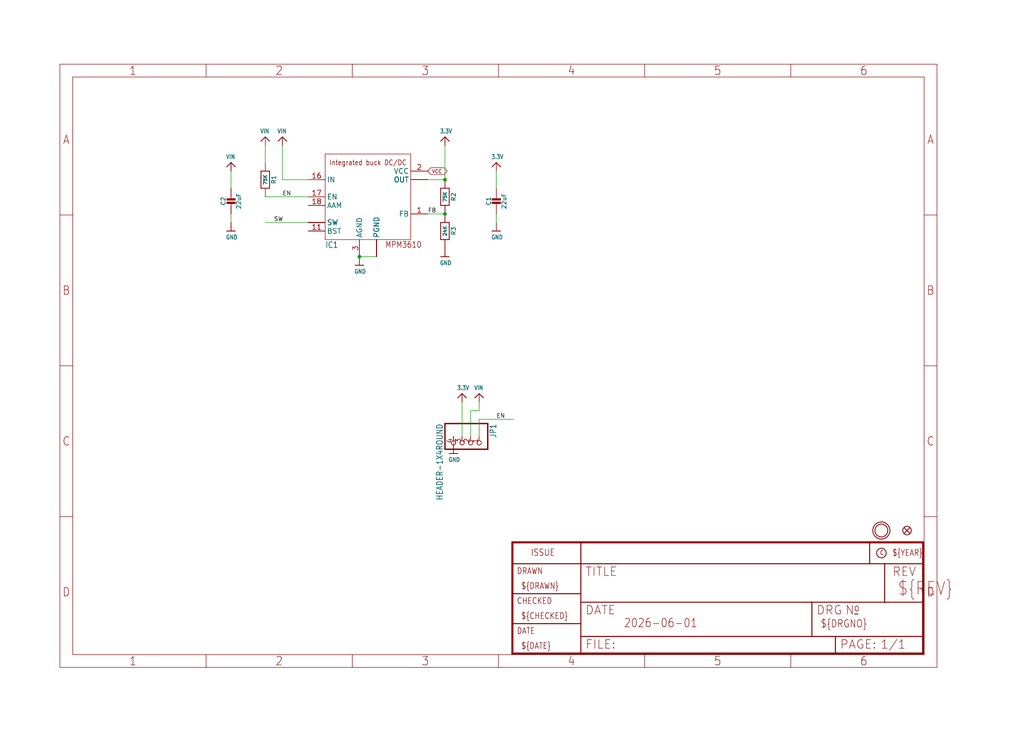
<source format=kicad_sch>
(kicad_sch (version 20250114) (generator "eeschema") (generator_version "9.0")
  (paper "User" 303.962 217.322)
  (lib_symbols
    (symbol "buckConverter-eagle-import:3.3V" (power)
      (symbol "3.3V_1_0"
        (polyline (pts (xy -1.27 -1.27) (xy 0 0)) (stroke (width 0.254)))
        (polyline (pts (xy 0 0) (xy 1.27 -1.27)) (stroke (width 0.254)))
        (pin power_in line (at 0 -2.54 90) (length 2.54) (name "3.3V") (number "1"))
      )
    )
    (symbol "buckConverter-eagle-import:CAP_CERAMIC0805-NOOUTLINE"
      (property "Reference" "C" (at -2.29 1.25 90))
      (symbol "CAP_CERAMIC0805-NOOUTLINE_1_0"
        (rectangle (start -1.27 1.524) (end 1.27 2.032) (fill (type outline)))
        (rectangle (start -1.27 0.508) (end 1.27 1.016) (fill (type outline)))
        (polyline (pts (xy 0 2.54) (xy 0 1.778)) (stroke (width 0.1524)))
        (polyline (pts (xy 0 0.762) (xy 0 0)) (stroke (width 0.1524)))
        (pin passive line (at 0 5.08 270) (length 2.54) (name "1") (number "1"))
        (pin passive line (at 0 -2.54 90) (length 2.54) (name "2") (number "2"))
      )
    )
    (symbol "buckConverter-eagle-import:FIDUCIAL_1MM"
      (symbol "FIDUCIAL_1MM_1_0"
        (polyline (pts (xy -0.762 0.762) (xy 0.762 -0.762)) (stroke (width 0.254)))
        (circle (center 0 0) (radius 1.27) (stroke (width 0.254)))
        (polyline (pts (xy 0.762 0.762) (xy -0.762 -0.762)) (stroke (width 0.254)))
      )
    )
    (symbol "buckConverter-eagle-import:FRAME_A4"
      (symbol "FRAME_A4_1_0"
        (polyline (pts (xy 0 179.07) (xy 260.35 179.07) (xy 260.35 0) (xy 0 0) (xy 0 179.07)))
        (polyline (pts (xy 0 134.3025) (xy 3.81 134.3025)))
        (polyline (pts (xy 0 89.535) (xy 3.81 89.535)))
        (polyline (pts (xy 0 44.7675) (xy 3.81 44.7675)))
        (polyline (pts (xy 3.81 175.26) (xy 3.81 3.81)))
        (polyline (pts (xy 43.3917 179.07) (xy 43.3917 175.26)))
        (polyline (pts (xy 43.3917 3.81) (xy 43.3917 0)))
        (polyline (pts (xy 86.7833 179.07) (xy 86.7833 175.26)))
        (polyline (pts (xy 86.7833 3.81) (xy 86.7833 0)))
        (polyline (pts (xy 130.175 179.07) (xy 130.175 175.26)))
        (polyline (pts (xy 130.175 3.81) (xy 130.175 0)))
        (polyline (pts (xy 173.5667 179.07) (xy 173.5667 175.26)))
        (polyline (pts (xy 173.5667 3.81) (xy 173.5667 0)))
        (polyline (pts (xy 216.9583 179.07) (xy 216.9583 175.26)))
        (polyline (pts (xy 216.9583 3.81) (xy 216.9583 0)))
        (polyline (pts (xy 256.54 175.26) (xy 3.81 175.26)))
        (polyline (pts (xy 256.54 175.26) (xy 256.54 3.81)))
        (polyline (pts (xy 256.54 134.3025) (xy 260.35 134.3025)))
        (polyline (pts (xy 256.54 89.535) (xy 260.35 89.535)))
        (polyline (pts (xy 256.54 44.7675) (xy 260.35 44.7675)))
        (polyline (pts (xy 256.54 19.05) (xy 256.54 36.83)) (stroke (width 0.1016)))
        (polyline (pts (xy 256.54 13.97) (xy 256.54 19.05)) (stroke (width 0.1016)))
        (polyline (pts (xy 256.54 8.89) (xy 256.54 13.97)) (stroke (width 0.1016)))
        (polyline (pts (xy 256.54 3.81) (xy 3.81 3.81)))
        (polyline (pts (xy 256.54 3.81) (xy 256.54 8.89)) (stroke (width 0.1016)))
        (text "A" (at 1.905 156.6863 0) (effects (font (size 2.54 2.286))))
        (text "B" (at 1.905 111.9188 0) (effects (font (size 2.54 2.286))))
        (text "C" (at 1.905 67.1513 0) (effects (font (size 2.54 2.286))))
        (text "D" (at 1.905 22.3838 0) (effects (font (size 2.54 2.286))))
        (text "1" (at 21.6958 177.165 0) (effects (font (size 2.54 2.286))))
        (text "1" (at 21.6958 1.905 0) (effects (font (size 2.54 2.286))))
        (text "2" (at 65.0875 177.165 0) (effects (font (size 2.54 2.286))))
        (text "2" (at 65.0875 1.905 0) (effects (font (size 2.54 2.286))))
        (text "3" (at 108.4792 177.165 0) (effects (font (size 2.54 2.286))))
        (text "3" (at 108.4792 1.905 0) (effects (font (size 2.54 2.286))))
        (text "4" (at 151.8708 177.165 0) (effects (font (size 2.54 2.286))))
        (text "4" (at 151.8708 1.905 0) (effects (font (size 2.54 2.286))))
        (text "5" (at 195.2625 177.165 0) (effects (font (size 2.54 2.286))))
        (text "5" (at 195.2625 1.905 0) (effects (font (size 2.54 2.286))))
        (text "6" (at 238.6542 177.165 0) (effects (font (size 2.54 2.286))))
        (text "6" (at 238.6542 1.905 0) (effects (font (size 2.54 2.286))))
        (text "A" (at 258.445 156.6863 0) (effects (font (size 2.54 2.286))))
        (text "B" (at 258.445 111.9188 0) (effects (font (size 2.54 2.286))))
        (text "C" (at 258.445 67.1513 0) (effects (font (size 2.54 2.286))))
        (text "D" (at 258.445 22.3838 0) (effects (font (size 2.54 2.286))))
      )
      (symbol "FRAME_A4_2_0"
        (polyline (pts (xy -0.3048 34.5948) (xy -0.3048 28.2448)) (stroke (width 0.6096)))
        (polyline (pts (xy -0.3048 28.2448) (xy -0.3048 19.3548)) (stroke (width 0.6096)))
        (polyline (pts (xy -0.3048 28.2448) (xy 20.0152 28.2448)) (stroke (width 0.3048)))
        (polyline (pts (xy -0.3048 19.3548) (xy -0.3048 10.4648)) (stroke (width 0.6096)))
        (polyline (pts (xy -0.3048 19.3548) (xy 20.0152 19.3548)) (stroke (width 0.3048)))
        (polyline (pts (xy -0.3048 10.4648) (xy -0.3048 1.5748)) (stroke (width 0.6096)))
        (polyline (pts (xy -0.3048 10.4648) (xy 20.0152 10.4648)) (stroke (width 0.3048)))
        (polyline (pts (xy -0.3048 1.5748) (xy 20.0152 1.5748)) (stroke (width 0.6096)))
        (polyline (pts (xy 20.0152 34.5948) (xy -0.3048 34.5948)) (stroke (width 0.6096)))
        (polyline (pts (xy 20.0152 28.2448) (xy 20.0152 34.5948)) (stroke (width 0.3048)))
        (polyline (pts (xy 20.0152 28.2448) (xy 105.7402 28.2448)) (stroke (width 0.3048)))
        (polyline (pts (xy 20.0152 19.3548) (xy 20.0152 28.2448)) (stroke (width 0.3048)))
        (polyline (pts (xy 20.0152 16.8148) (xy 20.0152 19.3548)) (stroke (width 0.3048)))
        (polyline (pts (xy 20.0152 10.4648) (xy 20.0152 16.8148)) (stroke (width 0.3048)))
        (polyline (pts (xy 20.0152 6.6548) (xy 20.0152 10.4648)) (stroke (width 0.3048)))
        (polyline (pts (xy 20.0152 6.6548) (xy 88.5952 6.6548)) (stroke (width 0.3048)))
        (polyline (pts (xy 20.0152 1.5748) (xy 20.0152 6.6548)) (stroke (width 0.3048)))
        (polyline (pts (xy 20.0152 1.5748) (xy 95.5802 1.5748)) (stroke (width 0.6096)))
        (polyline (pts (xy 88.5952 16.8148) (xy 20.0152 16.8148)) (stroke (width 0.3048)))
        (polyline (pts (xy 88.5952 16.8148) (xy 88.5952 6.6548)) (stroke (width 0.3048)))
        (polyline (pts (xy 88.5952 6.6548) (xy 95.5802 6.6548)) (stroke (width 0.3048)))
        (polyline (pts (xy 95.5802 6.6548) (xy 95.5802 1.5748)) (stroke (width 0.3048)))
        (polyline (pts (xy 95.5802 6.6548) (xy 121.6152 6.6548)) (stroke (width 0.3048)))
        (polyline (pts (xy 95.5802 1.5748) (xy 121.6152 1.5748)) (stroke (width 0.6096)))
        (polyline (pts (xy 101.2952 13.3223) (xy 102.2477 13.3223)) (stroke (width 0.254)))
        (polyline (pts (xy 105.7402 34.5948) (xy 20.0152 34.5948)) (stroke (width 0.6096)))
        (polyline (pts (xy 105.7402 28.2448) (xy 105.7402 34.5948)) (stroke (width 0.3048)))
        (polyline (pts (xy 105.7402 28.2448) (xy 110.1852 28.2448)) (stroke (width 0.3048)))
        (circle (center 109.2327 31.4198) (radius 1.4199) (stroke (width 0.254)))
        (polyline (pts (xy 110.1852 28.2448) (xy 110.1852 16.8148)) (stroke (width 0.3048)))
        (polyline (pts (xy 110.1852 28.2448) (xy 121.6152 28.2448)) (stroke (width 0.3048)))
        (polyline (pts (xy 110.1852 16.8148) (xy 88.5952 16.8148)) (stroke (width 0.3048)))
        (polyline (pts (xy 121.6152 34.5948) (xy 105.7402 34.5948)) (stroke (width 0.6096)))
        (polyline (pts (xy 121.6152 34.5948) (xy 121.6152 28.2448)) (stroke (width 0.6096)))
        (polyline (pts (xy 121.6152 28.2448) (xy 121.6152 16.8148)) (stroke (width 0.6096)))
        (polyline (pts (xy 121.6152 16.8148) (xy 110.1852 16.8148)) (stroke (width 0.3048)))
        (polyline (pts (xy 121.6152 16.8148) (xy 121.6152 6.6548)) (stroke (width 0.6096)))
        (polyline (pts (xy 121.6152 6.6548) (xy 121.6152 1.5748)) (stroke (width 0.6096)))
        (text "DRAWN" (at 0.9652 25.0698 0) (effects (font (size 1.778 1.5113)) (justify left bottom)))
        (text "CHECKED" (at 0.9652 16.1798 0) (effects (font (size 1.778 1.5113)) (justify left bottom)))
        (text "DATE" (at 0.9652 7.2898 0) (effects (font (size 1.778 1.5113)) (justify left bottom)))
        (text "${DRAWN}" (at 2.2352 20.6248 0) (effects (font (size 1.778 1.5113)) (justify left bottom)))
        (text "${CHECKED}" (at 2.2352 11.7348 0) (effects (font (size 1.778 1.5113)) (justify left bottom)))
        (text "${DATE}" (at 2.2352 2.8448 0) (effects (font (size 1.778 1.5113)) (justify left bottom)))
        (text "ISSUE" (at 5.0927 30.4673 0) (effects (font (size 1.9304 1.6408)) (justify left bottom)))
        (text "TITLE" (at 21.2852 24.4348 0) (effects (font (size 2.54 2.54)) (justify left bottom)))
        (text "DATE" (at 21.2852 13.0048 0) (effects (font (size 2.54 2.54)) (justify left bottom)))
        (text "FILE:" (at 21.2852 2.8448 0) (effects (font (size 2.54 2.54)) (justify left bottom)))
        (text "${COMPANY}" (at 23.349 29.6735 0) (effects (font (size 3.175 2.6987) (thickness 0.5397) (bold yes)) (justify left bottom)))
        (text "${CURRENT_DATE}" (at 32.7152 9.1948 0) (effects (font (size 2.54 2.159)) (justify left bottom)))
        (text "${PROJECTNAME}" (at 33.0327 2.8448 0) (effects (font (size 2.54 2.159)) (justify left bottom)))
        (text "DRG" (at 89.8652 13.0048 0) (effects (font (size 2.54 2.54)) (justify left bottom)))
        (text "${DRGNO}" (at 91.1352 9.1948 0) (effects (font (size 2.1844 1.8567)) (justify left bottom)))
        (text "PAGE:" (at 96.8502 2.8448 0) (effects (font (size 2.54 2.54)) (justify left bottom)))
        (text "N" (at 98.4377 13.0048 0) (effects (font (size 2.54 2.54)) (justify left bottom)))
        (text "o" (at 100.9777 13.9573 0) (effects (font (size 2.1844 1.8567)) (justify left bottom)))
        (text "C" (at 108.7564 30.7848 0) (effects (font (size 1.27 1.0795)) (justify left bottom)))
        (text "${#}/${##}" (at 108.9152 2.8448 0) (effects (font (size 2.54 2.54)) (justify left bottom)))
        (text "${YEAR}" (at 112.4077 30.4673 0) (effects (font (size 1.778 1.5113)) (justify left bottom)))
        (text "REV" (at 112.4077 24.4348 0) (effects (font (size 2.54 2.54)) (justify left bottom)))
        (text "${REV}" (at 113.9952 18.7198 0) (effects (font (size 3.81 3.2385)) (justify left bottom)))
      )
    )
    (symbol "buckConverter-eagle-import:GND" (power)
      (symbol "GND_1_0"
        (polyline (pts (xy -1.27 0) (xy 1.27 0)) (stroke (width 0.254)))
        (pin power_in line (at 0 2.54 270) (length 2.54) (name "GND") (number "1"))
      )
    )
    (symbol "buckConverter-eagle-import:HEADER-1X4ROUND"
      (property "Reference" "JP" (at -6.35 8.255 0))
      (symbol "HEADER-1X4ROUND_1_0"
        (polyline (pts (xy -6.35 7.62) (xy -6.35 -5.08)) (stroke (width 0.4064)))
        (polyline (pts (xy -6.35 -5.08) (xy 1.27 -5.08)) (stroke (width 0.4064)))
        (polyline (pts (xy 1.27 7.62) (xy -6.35 7.62)) (stroke (width 0.4064)))
        (polyline (pts (xy 1.27 -5.08) (xy 1.27 7.62)) (stroke (width 0.4064)))
        (pin passive inverted (at -2.54 5.08 0) (length 2.54) (name "1") (number "1"))
        (pin passive inverted (at -2.54 2.54 0) (length 2.54) (name "2") (number "2"))
        (pin passive inverted (at -2.54 0 0) (length 2.54) (name "3") (number "3"))
        (pin passive inverted (at -2.54 -2.54 0) (length 2.54) (name "4") (number "4"))
      )
    )
    (symbol "buckConverter-eagle-import:MOUNTINGHOLE2.5"
      (symbol "MOUNTINGHOLE2.5_1_0"
        (circle (center 0 0) (radius 1.905) (stroke (width 0.254)))
        (circle (center 0 0) (radius 2.54) (stroke (width 0.254)))
      )
    )
    (symbol "buckConverter-eagle-import:MPM3610"
      (property "Reference" "IC" (at -12.7 -15.24 0))
      (symbol "MPM3610_1_0"
        (polyline (pts (xy -12.7 12.7) (xy -12.7 -12.7)) (stroke (width 0.1524)))
        (polyline (pts (xy -12.7 -12.7) (xy 12.7 -12.7)) (stroke (width 0.1524)))
        (polyline (pts (xy 12.7 12.7) (xy -12.7 12.7)) (stroke (width 0.1524)))
        (polyline (pts (xy 12.7 -12.7) (xy 12.7 12.7)) (stroke (width 0.1524)))
        (text "Integrated buck DC/DC" (at 0 10.16 0) (effects (font (size 1.524 1.2954))))
        (text "MPM3610" (at 5.08 -15.24 0) (effects (font (size 1.778 1.5113)) (justify left bottom)))
        (pin power_in line (at -17.78 5.08 0) (length 5.08) (name "IN") (number "16"))
        (pin input line (at -17.78 0 0) (length 5.08) (name "EN") (number "17"))
        (pin input line (at -17.78 -2.54 0) (length 5.08) (name "AAM") (number "18"))
        (pin passive line (at -17.78 -7.62 0) (length 5.08) (name "SW") (number "4"))
        (pin passive line (at -17.78 -7.62 0) (length 5.08) (name "SW") (number "5"))
        (pin passive line (at -17.78 -7.62 0) (length 5.08) (name "SW") (number "6"))
        (pin passive line (at -17.78 -10.16 0) (length 5.08) (name "BST") (number "11"))
        (pin power_in line (at -2.54 -17.78 90) (length 5.08) (name "AGND") (number "3"))
        (pin power_in line (at 2.54 -17.78 90) (length 5.08) (name "PGND") (number "12"))
        (pin power_in line (at 2.54 -17.78 90) (length 5.08) (name "PGND") (number "13"))
        (pin power_in line (at 2.54 -17.78 90) (length 5.08) (name "PGND") (number "14"))
        (pin power_in line (at 17.78 7.62 180) (length 5.08) (name "VCC") (number "2"))
        (pin power_in line (at 17.78 5.08 180) (length 5.08) (name "OUT") (number "7"))
        (pin power_in line (at 17.78 5.08 180) (length 5.08) (name "OUT") (number "8"))
        (pin power_in line (at 17.78 5.08 180) (length 5.08) (name "OUT") (number "9"))
        (pin input line (at 17.78 -5.08 180) (length 5.08) (name "FB") (number "1"))
      )
    )
    (symbol "buckConverter-eagle-import:RESISTOR_0603_NOOUT"
      (property "Reference" "R" (at 0 2.54 0))
      (symbol "RESISTOR_0603_NOOUT_1_0"
        (polyline (pts (xy -2.54 1.27) (xy 2.54 1.27)) (stroke (width 0.254)))
        (polyline (pts (xy -2.54 -1.27) (xy -2.54 1.27)) (stroke (width 0.254)))
        (polyline (pts (xy 2.54 1.27) (xy 2.54 -1.27)) (stroke (width 0.254)))
        (polyline (pts (xy 2.54 -1.27) (xy -2.54 -1.27)) (stroke (width 0.254)))
        (pin passive line (at -5.08 0 0) (length 2.54) (name "1") (number "1"))
        (pin passive line (at 5.08 0 180) (length 2.54) (name "2") (number "2"))
      )
    )
    (symbol "buckConverter-eagle-import:VIN" (power)
      (symbol "VIN_1_0"
        (polyline (pts (xy -1.27 -1.27) (xy 0 0)) (stroke (width 0.254)))
        (polyline (pts (xy 0 0) (xy 1.27 -1.27)) (stroke (width 0.254)))
        (pin power_in line (at 0 -2.54 90) (length 2.54) (name "VIN") (number "1"))
      )
    )
  )
  (junction (at 106.68 76.2))
  (junction (at 132.08 63.5))
  (junction (at 132.08 53.34))
  (wire (pts (xy 137.16 129.54) (xy 137.16 119.38)) (stroke (width 0.1524)))
  (wire (pts (xy 142.24 129.54) (xy 142.24 124.46)) (stroke (width 0.1524)))
  (wire (pts (xy 91.44 58.42) (xy 78.74 58.42)) (stroke (width 0.1524)))
  (wire (pts (xy 132.08 43.18) (xy 132.08 53.34)) (stroke (width 0.1524)))
  (wire (pts (xy 68.58 63.5) (xy 68.58 66.04)) (stroke (width 0.1524)))
  (wire (pts (xy 111.76 76.2) (xy 106.68 76.2)) (stroke (width 0.1524)))
  (wire (pts (xy 83.82 43.18) (xy 83.82 53.34)) (stroke (width 0.1524)))
  (wire (pts (xy 127 63.5) (xy 132.08 63.5)) (stroke (width 0.1524)))
  (wire (pts (xy 152.4 124.46) (xy 142.24 124.46)) (stroke (width 0.1524)))
  (wire (pts (xy 91.44 66.04) (xy 78.74 66.04)) (stroke (width 0.1524)))
  (wire (pts (xy 139.7 129.54) (xy 139.7 121.92)) (stroke (width 0.1524)))
  (wire (pts (xy 134.62 129.54) (xy 134.62 132.08)) (stroke (width 0.1524)))
  (wire (pts (xy 83.82 53.34) (xy 91.44 53.34)) (stroke (width 0.1524)))
  (wire (pts (xy 68.58 50.8) (xy 68.58 55.88)) (stroke (width 0.1524)))
  (wire (pts (xy 78.74 48.26) (xy 78.74 43.18)) (stroke (width 0.1524)))
  (wire (pts (xy 147.32 55.88) (xy 147.32 50.8)) (stroke (width 0.1524)))
  (wire (pts (xy 147.32 63.5) (xy 147.32 66.04)) (stroke (width 0.1524)))
  (wire (pts (xy 132.08 53.34) (xy 127 53.34)) (stroke (width 0.1524)))
  (wire (pts (xy 142.24 121.92) (xy 142.24 119.38)) (stroke (width 0.1524)))
  (wire (pts (xy 139.7 121.92) (xy 142.24 121.92)) (stroke (width 0.1524)))
  (label "EN" (at 83.82 58.42 0) (effects (font (size 1.2446 1.2446))))
  (label "EN" (at 147.32 124.46 0) (effects (font (size 1.2446 1.2446))))
  (label "SW" (at 81.28 66.04 0) (effects (font (size 1.2446 1.2446))))
  (label "FB" (at 127 63.5 0) (effects (font (size 1.2446 1.2446))))
  (global_label "VCC" (shape bidirectional) (at 127 50.8 0) (effects (font (size 1.016 1.016))) (property "Intersheetrefs" "${INTERSHEET_REFS}" (effects (hide yes))))
  (symbol (lib_id "buckConverter-eagle-import:VIN") (at 142.24 116.84 0) (unit 1)
    (property "Reference" "#U$6" (effects (hide yes)))
    (property "Value" "VIN" (at 140.716 115.824 0) (effects (font (size 1.27 1.0795)) (justify left bottom)))
  )
  (symbol (lib_id "buckConverter-eagle-import:GND") (at 132.08 76.2 0) (unit 1)
    (property "Reference" "#U$5" (effects (hide yes)))
    (property "Value" "GND" (at 130.556 78.74 0) (effects (font (size 1.27 1.0795)) (justify left bottom)))
  )
  (symbol (lib_id "buckConverter-eagle-import:GND") (at 68.58 68.58 0) (unit 1)
    (property "Reference" "#U$3" (effects (hide yes)))
    (property "Value" "GND" (at 67.056 71.12 0) (effects (font (size 1.27 1.0795)) (justify left bottom)))
  )
  (symbol (lib_id "buckConverter-eagle-import:MPM3610") (at 109.22 58.42 0) (unit 1)
    (property "Reference" "IC1" (at 96.52 73.66 0) (effects (font (size 1.778 1.5113)) (justify left bottom)))
    (property "Value" "MPM3610" (effects (hide yes)))
    (property "Footprint" "buckConverter:MPM3610" (effects (hide yes)))
  )
  (symbol (lib_id "buckConverter-eagle-import:HEADER-1X4ROUND") (at 137.16 132.08 270) (unit 1)
    (property "Reference" "JP1" (at 145.415 125.73 0) (effects (font (size 1.778 1.5113)) (justify left bottom)))
    (property "Value" "HEADER-1X4ROUND" (at 129.54 125.73 0) (effects (font (size 1.778 1.5113)) (justify left bottom)))
    (property "Footprint" "buckConverter:1X04_ROUND" (effects (hide yes)))
  )
  (symbol (lib_id "buckConverter-eagle-import:RESISTOR_0603_NOOUT") (at 132.08 58.42 270) (unit 1)
    (property "Reference" "R2" (at 134.62 58.42 0))
    (property "Value" "75K" (at 132.08 58.42 0) (effects (font (size 1.016 1.016) (thickness 0.2032) (bold yes))))
    (property "Footprint" "buckConverter:0603-NO" (effects (hide yes)))
  )
  (symbol (lib_id "buckConverter-eagle-import:RESISTOR_0603_NOOUT") (at 78.74 53.34 270) (unit 1)
    (property "Reference" "R1" (at 81.28 53.34 0))
    (property "Value" "75K" (at 78.74 53.34 0) (effects (font (size 1.016 1.016) (thickness 0.2032) (bold yes))))
    (property "Footprint" "buckConverter:0603-NO" (effects (hide yes)))
  )
  (symbol (lib_id "buckConverter-eagle-import:VIN") (at 83.82 40.64 0) (unit 1)
    (property "Reference" "#U$14" (effects (hide yes)))
    (property "Value" "VIN" (at 82.296 39.624 0) (effects (font (size 1.27 1.0795)) (justify left bottom)))
  )
  (symbol (lib_id "buckConverter-eagle-import:VIN") (at 68.58 48.26 0) (unit 1)
    (property "Reference" "#U$4" (effects (hide yes)))
    (property "Value" "VIN" (at 67.056 47.244 0) (effects (font (size 1.27 1.0795)) (justify left bottom)))
  )
  (symbol (lib_id "buckConverter-eagle-import:GND") (at 134.62 134.62 0) (unit 1)
    (property "Reference" "#U$8" (effects (hide yes)))
    (property "Value" "GND" (at 133.096 137.16 0) (effects (font (size 1.27 1.0795)) (justify left bottom)))
  )
  (symbol (lib_id "buckConverter-eagle-import:3.3V") (at 137.16 116.84 0) (unit 1)
    (property "Reference" "#U$7" (effects (hide yes)))
    (property "Value" "3.3V" (at 135.636 115.824 0) (effects (font (size 1.27 1.0795)) (justify left bottom)))
  )
  (symbol (lib_id "buckConverter-eagle-import:FRAME_A4") (at 152.4 195.58 0) (unit 2)
    (property "Reference" "#FRAME1" (effects (hide yes)))
    (property "Value" "FRAME_A4" (effects (hide yes)))
  )
  (symbol (lib_id "buckConverter-eagle-import:3.3V") (at 147.32 48.26 0) (unit 1)
    (property "Reference" "#U$2" (effects (hide yes)))
    (property "Value" "3.3V" (at 145.796 47.244 0) (effects (font (size 1.27 1.0795)) (justify left bottom)))
  )
  (symbol (lib_id "buckConverter-eagle-import:CAP_CERAMIC0805-NOOUTLINE") (at 147.32 60.96 0) (unit 1)
    (property "Reference" "C1" (at 145.03 59.71 90))
    (property "Value" "22uF" (at 149.62 59.71 90))
    (property "Footprint" "buckConverter:0805-NO" (effects (hide yes)))
  )
  (symbol (lib_id "buckConverter-eagle-import:VIN") (at 78.74 40.64 0) (unit 1)
    (property "Reference" "#U$12" (effects (hide yes)))
    (property "Value" "VIN" (at 77.216 39.624 0) (effects (font (size 1.27 1.0795)) (justify left bottom)))
  )
  (symbol (lib_id "buckConverter-eagle-import:MOUNTINGHOLE2.5") (at 261.62 157.48 0) (unit 1)
    (property "Reference" "U$9" (effects (hide yes)))
    (property "Value" "MOUNTINGHOLE2.5" (effects (hide yes)))
    (property "Footprint" "buckConverter:MOUNTINGHOLE_2.5_PLATED" (effects (hide yes)))
  )
  (symbol (lib_id "buckConverter-eagle-import:FIDUCIAL_1MM") (at 269.24 157.48 0) (unit 1)
    (property "Reference" "FID1" (effects (hide yes)))
    (property "Value" "FIDUCIAL_1MM" (effects (hide yes)))
    (property "Footprint" "buckConverter:FIDUCIAL_1MM" (effects (hide yes)))
  )
  (symbol (lib_id "buckConverter-eagle-import:3.3V") (at 132.08 40.64 0) (unit 1)
    (property "Reference" "#U$15" (effects (hide yes)))
    (property "Value" "3.3V" (at 130.556 39.624 0) (effects (font (size 1.27 1.0795)) (justify left bottom)))
  )
  (symbol (lib_id "buckConverter-eagle-import:GND") (at 106.68 78.74 0) (unit 1)
    (property "Reference" "#U$13" (effects (hide yes)))
    (property "Value" "GND" (at 105.156 81.28 0) (effects (font (size 1.27 1.0795)) (justify left bottom)))
  )
  (symbol (lib_id "buckConverter-eagle-import:CAP_CERAMIC0805-NOOUTLINE") (at 68.58 60.96 0) (unit 1)
    (property "Reference" "C2" (at 66.29 59.71 90))
    (property "Value" "22uF" (at 70.88 59.71 90))
    (property "Footprint" "buckConverter:0805-NO" (effects (hide yes)))
  )
  (symbol (lib_id "buckConverter-eagle-import:FRAME_A4") (at 17.78 198.12 0) (unit 1)
    (property "Reference" "#FRAME1" (effects (hide yes)))
    (property "Value" "FRAME_A4" (effects (hide yes)))
  )
  (symbol (lib_id "buckConverter-eagle-import:GND") (at 147.32 68.58 0) (unit 1)
    (property "Reference" "#U$1" (effects (hide yes)))
    (property "Value" "GND" (at 145.796 71.12 0) (effects (font (size 1.27 1.0795)) (justify left bottom)))
  )
  (symbol (lib_id "buckConverter-eagle-import:RESISTOR_0603_NOOUT") (at 132.08 68.58 270) (unit 1)
    (property "Reference" "R3" (at 134.62 68.58 0))
    (property "Value" "24K" (at 132.08 68.58 0) (effects (font (size 1.016 1.016) (thickness 0.2032) (bold yes))))
    (property "Footprint" "buckConverter:0603-NO" (effects (hide yes)))
  )
)
</source>
